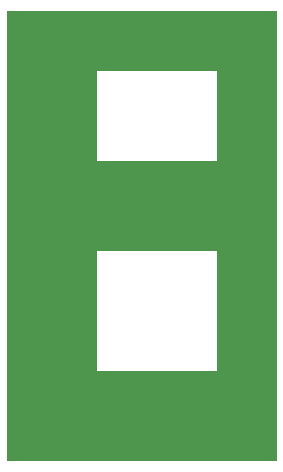
<source format=gbr>
%FSLAX33Y33*%%MOIN*%%ADD10R,1.0X0.5*%G36*X12200Y25700D02*G01Y27200D01*G01X13100D01*G01Y25700D01*G01X12500D01*G01Y26000D01*G01X12900D01*G01Y26400D01*G01X12500D01*G01Y26700D01*G01X12900D01*G01Y27000D01*G01X12500D01*G01Y26700D01*G01Y26400D01*G01Y26000D01*G01Y25700D01*G01X12200D01*G37*M02*
</source>
